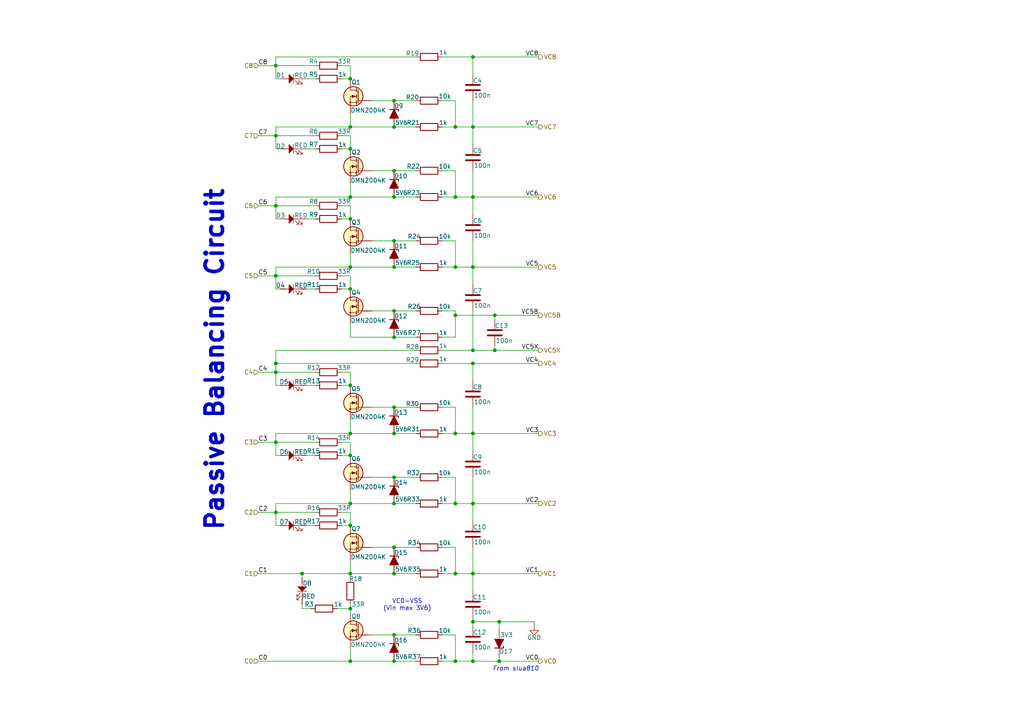
<source format=kicad_sch>
(kicad_sch (version 20250114) (generator "eeschema") (generator_version "9.0")
  (paper "A4")
  (lib_symbols
    (symbol "Device:C" (pin_numbers (hide yes)) (pin_names (offset 0.254))
      (property "Reference" "C" (at 0.635 2.54 0))
      (property "Value" "C" (at 0.635 -2.54 0))
      (symbol "C_0_1"
        (polyline (pts (xy -2.032 0.762) (xy 2.032 0.762)) (stroke (width 0.508)))
        (polyline (pts (xy -2.032 -0.762) (xy 2.032 -0.762)) (stroke (width 0.508)))
      )
      (symbol "C_1_1"
        (pin passive line (at 0 3.81 270) (length 2.794) (name "~") (number "1"))
        (pin passive line (at 0 -3.81 90) (length 2.794) (name "~") (number "2"))
      )
    )
    (symbol "Device:D_Zener_Filled" (pin_numbers (hide yes)) (pin_names (offset 1.016) (hide yes))
      (property "Reference" "D" (at 0 2.54 0))
      (property "Value" "D_Zener_Filled" (at 0 -2.54 0))
      (symbol "D_Zener_Filled_0_1"
        (polyline (pts (xy -1.27 -1.27) (xy -1.27 1.27) (xy -0.762 1.27)) (stroke (width 0.254)))
        (polyline (pts (xy 1.27 0) (xy -1.27 0)))
        (polyline (pts (xy 1.27 -1.27) (xy 1.27 1.27) (xy -1.27 0) (xy 1.27 -1.27)) (stroke (width 0.254)) (fill (type outline)))
      )
      (symbol "D_Zener_Filled_1_1"
        (pin passive line (at -3.81 0 0) (length 2.54) (name "K") (number "1"))
        (pin passive line (at 3.81 0 180) (length 2.54) (name "A") (number "2"))
      )
    )
    (symbol "Device:R" (pin_numbers (hide yes)) (pin_names (offset 0))
      (property "Reference" "R" (at 2.032 0 90))
      (property "Value" "R" (at 0 0 90))
      (symbol "R_0_1"
        (rectangle (start -1.016 -2.54) (end 1.016 2.54) (stroke (width 0.254)))
      )
      (symbol "R_1_1"
        (pin passive line (at 0 3.81 270) (length 1.27) (name "~") (number "1"))
        (pin passive line (at 0 -3.81 90) (length 1.27) (name "~") (number "2"))
      )
    )
    (symbol "PCM_SL_Devices:LED"
      (property "Reference" "D" (at -0.508 5.334 0))
      (property "Value" "LED" (at -0.508 2.794 0))
      (symbol "LED_0_1"
        (polyline (pts (xy -1.27 0) (xy -2.54 0)))
        (polyline (pts (xy 0 1.27) (xy 0 -1.27)))
        (polyline (pts (xy 0 0) (xy -1.27 -1.27) (xy -1.27 1.27) (xy 0 0) (xy 1.27 0)) (fill (type outline)))
        (polyline (pts (xy 0.508 0.508) (xy 1.524 1.524)))
        (polyline (pts (xy 1.27 0) (xy 2.54 0)))
        (polyline (pts (xy 1.524 1.524) (xy 0.889 1.524)))
        (polyline (pts (xy 1.524 1.524) (xy 1.524 0.889)))
        (polyline (pts (xy 1.524 0.508) (xy 2.54 1.524)))
        (polyline (pts (xy 2.54 1.524) (xy 1.905 1.524)))
        (polyline (pts (xy 2.54 1.524) (xy 2.54 0.889)))
      )
      (symbol "LED_1_1"
        (pin passive line (at -3.81 0 0) (length 1.5) (name "") (number "2"))
        (pin passive line (at 3.81 0 180) (length 1.5) (name "~") (number "1"))
      )
    )
    (symbol "PCM_Transistor_MOSFET_AKL:DMN2004K" (pin_numbers (hide yes)) (pin_names (hide yes))
      (property "Reference" "Q" (at 5.08 1.27 0))
      (property "Value" "DMN2004K" (at 5.08 -1.27 0))
      (symbol "DMN2004K_0_1"
        (polyline (pts (xy 0.254 1.905) (xy 0.254 -1.905)) (stroke (width 0.254)))
        (polyline (pts (xy 0.254 -1.27) (xy -2.54 -1.27)))
        (polyline (pts (xy 0.762 2.286) (xy 0.762 1.27)) (stroke (width 0.254)))
        (polyline (pts (xy 0.762 0.508) (xy 0.762 -0.508)) (stroke (width 0.254)))
        (polyline (pts (xy 0.762 -1.27) (xy 0.762 -2.286)) (stroke (width 0.254)))
        (polyline (pts (xy 0.762 -1.778) (xy 2.54 -1.778)))
        (polyline (pts (xy 1.016 0) (xy 2.032 0.381) (xy 2.032 -0.381) (xy 1.016 0)) (fill (type outline)))
        (circle (center 1.651 0) (radius 2.794) (stroke (width 0.254)) (fill (type background)))
        (polyline (pts (xy 2.54 2.54) (xy 2.54 1.778)))
        (polyline (pts (xy 2.54 1.778) (xy 0.762 1.778)))
        (circle (center 2.54 -1.778) (radius 0.1778) (fill (type outline)))
        (polyline (pts (xy 2.54 -2.54) (xy 2.54 0) (xy 0.762 0)))
      )
      (symbol "DMN2004K_1_1"
        (pin input line (at -3.81 -1.27 0) (length 2.54) (name "G") (number "1"))
        (pin passive line (at 2.54 5.08 270) (length 2.54) (name "D") (number "3"))
        (pin passive line (at 2.54 -5.08 90) (length 2.54) (name "S") (number "2"))
      )
    )
    (symbol "power:GND" (power) (pin_numbers (hide yes)) (pin_names (offset 0) (hide yes))
      (property "Value" "GND" (at 0 -3.81 0))
      (symbol "GND_0_1"
        (polyline (pts (xy 0 0) (xy 0 -1.27) (xy 1.27 -1.27) (xy 0 -2.54) (xy -1.27 -1.27) (xy 0 -1.27)))
      )
      (symbol "GND_1_1"
        (pin power_in line (at 0 0 270) (length 0) (name "~") (number "1"))
      )
    )
  )
  (text "Passive Balancing Circuit" (at 62.23 104.394 90) (effects (font (size 5.08 5.08) (thickness 1.016) (bold yes))))
  (text "From slua810" (at 149.606 194.056 0) (effects (font (size 1.27 1.27) (italic yes))))
  (text "VC0-VSS\n(Vin max 3V6)" (at 118.11 175.514 0) (effects (font (size 1.27 1.27))))
  (junction (at 132.08 125.73))
  (junction (at 80.01 39.37))
  (junction (at 101.6 43.18))
  (junction (at 114.3 138.43))
  (junction (at 101.6 146.05))
  (junction (at 132.08 91.44))
  (junction (at 114.3 49.53))
  (junction (at 132.08 146.05))
  (junction (at 144.78 180.34))
  (junction (at 114.3 69.85))
  (junction (at 80.01 19.05))
  (junction (at 137.16 77.47))
  (junction (at 114.3 90.17))
  (junction (at 114.3 166.37))
  (junction (at 132.08 77.47))
  (junction (at 101.6 57.15))
  (junction (at 137.16 16.51))
  (junction (at 114.3 97.79))
  (junction (at 132.08 166.37))
  (junction (at 114.3 184.15))
  (junction (at 114.3 125.73))
  (junction (at 143.51 91.44))
  (junction (at 114.3 146.05))
  (junction (at 87.63 166.37))
  (junction (at 114.3 77.47))
  (junction (at 114.3 158.75))
  (junction (at 132.08 36.83))
  (junction (at 137.16 191.77))
  (junction (at 101.6 191.77))
  (junction (at 137.16 105.41))
  (junction (at 80.01 107.95))
  (junction (at 137.16 180.34))
  (junction (at 114.3 191.77))
  (junction (at 137.16 166.37))
  (junction (at 114.3 29.21))
  (junction (at 114.3 57.15))
  (junction (at 101.6 152.4))
  (junction (at 80.01 80.01))
  (junction (at 144.78 191.77))
  (junction (at 80.01 59.69))
  (junction (at 137.16 125.73))
  (junction (at 132.08 191.77))
  (junction (at 114.3 36.83))
  (junction (at 101.6 63.5))
  (junction (at 80.01 148.59))
  (junction (at 137.16 101.6))
  (junction (at 101.6 166.37))
  (junction (at 101.6 22.86))
  (junction (at 101.6 36.83))
  (junction (at 101.6 77.47))
  (junction (at 101.6 111.76))
  (junction (at 101.6 83.82))
  (junction (at 101.6 125.73))
  (junction (at 143.51 101.6))
  (junction (at 101.6 132.08))
  (junction (at 114.3 118.11))
  (junction (at 80.01 105.41))
  (junction (at 132.08 57.15))
  (junction (at 137.16 57.15))
  (junction (at 101.6 176.53))
  (junction (at 137.16 146.05))
  (junction (at 137.16 36.83))
  (junction (at 80.01 128.27))
  (wire (pts (xy 107.95 138.43) (xy 114.3 138.43)))
  (wire (pts (xy 128.27 184.15) (xy 132.08 184.15)))
  (wire (pts (xy 88.9 22.86) (xy 91.44 22.86)))
  (wire (pts (xy 128.27 138.43) (xy 132.08 138.43)))
  (wire (pts (xy 80.01 105.41) (xy 120.65 105.41)))
  (wire (pts (xy 80.01 152.4) (xy 80.01 148.59)))
  (wire (pts (xy 114.3 146.05) (xy 120.65 146.05)))
  (wire (pts (xy 107.95 184.15) (xy 114.3 184.15)))
  (wire (pts (xy 144.78 180.34) (xy 154.94 180.34)))
  (wire (pts (xy 137.16 171.45) (xy 137.16 166.37)))
  (wire (pts (xy 132.08 166.37) (xy 137.16 166.37)))
  (wire (pts (xy 128.27 105.41) (xy 137.16 105.41)))
  (wire (pts (xy 81.28 152.4) (xy 80.01 152.4)))
  (wire (pts (xy 101.6 125.73) (xy 114.3 125.73)))
  (wire (pts (xy 132.08 77.47) (xy 137.16 77.47)))
  (wire (pts (xy 132.08 36.83) (xy 137.16 36.83)))
  (wire (pts (xy 101.6 187.96) (xy 101.6 191.77)))
  (wire (pts (xy 101.6 93.98) (xy 101.6 97.79)))
  (wire (pts (xy 101.6 53.34) (xy 101.6 57.15)))
  (wire (pts (xy 87.63 166.37) (xy 101.6 166.37)))
  (wire (pts (xy 132.08 125.73) (xy 137.16 125.73)))
  (wire (pts (xy 128.27 101.6) (xy 137.16 101.6)))
  (wire (pts (xy 137.16 158.75) (xy 137.16 166.37)))
  (wire (pts (xy 80.01 77.47) (xy 80.01 80.01)))
  (wire (pts (xy 101.6 166.37) (xy 114.3 166.37)))
  (wire (pts (xy 137.16 21.59) (xy 137.16 16.51)))
  (wire (pts (xy 107.95 118.11) (xy 114.3 118.11)))
  (wire (pts (xy 101.6 57.15) (xy 80.01 57.15)))
  (wire (pts (xy 114.3 69.85) (xy 120.65 69.85)))
  (wire (pts (xy 107.95 49.53) (xy 114.3 49.53)))
  (wire (pts (xy 99.06 39.37) (xy 101.6 39.37)))
  (wire (pts (xy 128.27 49.53) (xy 132.08 49.53)))
  (wire (pts (xy 114.3 166.37) (xy 120.65 166.37)))
  (wire (pts (xy 143.51 91.44) (xy 156.21 91.44)))
  (wire (pts (xy 143.51 101.6) (xy 156.21 101.6)))
  (wire (pts (xy 80.01 19.05) (xy 91.44 19.05)))
  (wire (pts (xy 137.16 191.77) (xy 137.16 189.23)))
  (wire (pts (xy 114.3 97.79) (xy 120.65 97.79)))
  (wire (pts (xy 154.94 180.34) (xy 154.94 181.61)))
  (wire (pts (xy 137.16 62.23) (xy 137.16 57.15)))
  (wire (pts (xy 137.16 90.17) (xy 137.16 101.6)))
  (wire (pts (xy 99.06 111.76) (xy 101.6 111.76)))
  (wire (pts (xy 101.6 191.77) (xy 114.3 191.77)))
  (wire (pts (xy 80.01 77.47) (xy 101.6 77.47)))
  (wire (pts (xy 80.01 43.18) (xy 80.01 39.37)))
  (wire (pts (xy 87.63 176.53) (xy 90.17 176.53)))
  (wire (pts (xy 128.27 16.51) (xy 137.16 16.51)))
  (wire (pts (xy 128.27 57.15) (xy 132.08 57.15)))
  (wire (pts (xy 137.16 180.34) (xy 144.78 180.34)))
  (wire (pts (xy 101.6 142.24) (xy 101.6 146.05)))
  (wire (pts (xy 80.01 107.95) (xy 91.44 107.95)))
  (wire (pts (xy 88.9 63.5) (xy 91.44 63.5)))
  (wire (pts (xy 137.16 101.6) (xy 143.51 101.6)))
  (wire (pts (xy 99.06 59.69) (xy 101.6 59.69)))
  (wire (pts (xy 74.93 191.77) (xy 101.6 191.77)))
  (wire (pts (xy 81.28 43.18) (xy 80.01 43.18)))
  (wire (pts (xy 132.08 158.75) (xy 132.08 166.37)))
  (wire (pts (xy 128.27 77.47) (xy 132.08 77.47)))
  (wire (pts (xy 99.06 80.01) (xy 101.6 80.01)))
  (wire (pts (xy 101.6 162.56) (xy 101.6 166.37)))
  (wire (pts (xy 101.6 148.59) (xy 101.6 152.4)))
  (wire (pts (xy 132.08 91.44) (xy 132.08 97.79)))
  (wire (pts (xy 114.3 158.75) (xy 120.65 158.75)))
  (wire (pts (xy 101.6 125.73) (xy 80.01 125.73)))
  (wire (pts (xy 107.95 69.85) (xy 114.3 69.85)))
  (wire (pts (xy 101.6 39.37) (xy 101.6 43.18)))
  (wire (pts (xy 114.3 118.11) (xy 120.65 118.11)))
  (wire (pts (xy 137.16 105.41) (xy 137.16 110.49)))
  (wire (pts (xy 128.27 90.17) (xy 132.08 90.17)))
  (wire (pts (xy 144.78 180.34) (xy 144.78 182.88)))
  (wire (pts (xy 137.16 36.83) (xy 156.21 36.83)))
  (wire (pts (xy 137.16 125.73) (xy 156.21 125.73)))
  (wire (pts (xy 137.16 138.43) (xy 137.16 146.05)))
  (wire (pts (xy 99.06 22.86) (xy 101.6 22.86)))
  (wire (pts (xy 101.6 176.53) (xy 101.6 177.8)))
  (wire (pts (xy 137.16 151.13) (xy 137.16 146.05)))
  (wire (pts (xy 128.27 118.11) (xy 132.08 118.11)))
  (wire (pts (xy 74.93 148.59) (xy 80.01 148.59)))
  (wire (pts (xy 128.27 158.75) (xy 132.08 158.75)))
  (wire (pts (xy 137.16 36.83) (xy 137.16 41.91)))
  (wire (pts (xy 87.63 175.26) (xy 87.63 176.53)))
  (wire (pts (xy 97.79 176.53) (xy 101.6 176.53)))
  (wire (pts (xy 80.01 80.01) (xy 91.44 80.01)))
  (wire (pts (xy 101.6 121.92) (xy 101.6 125.73)))
  (wire (pts (xy 114.3 125.73) (xy 120.65 125.73)))
  (wire (pts (xy 128.27 69.85) (xy 132.08 69.85)))
  (wire (pts (xy 87.63 166.37) (xy 87.63 167.64)))
  (wire (pts (xy 114.3 49.53) (xy 120.65 49.53)))
  (wire (pts (xy 81.28 132.08) (xy 80.01 132.08)))
  (wire (pts (xy 143.51 100.33) (xy 143.51 101.6)))
  (wire (pts (xy 99.06 83.82) (xy 101.6 83.82)))
  (wire (pts (xy 137.16 82.55) (xy 137.16 77.47)))
  (wire (pts (xy 101.6 19.05) (xy 101.6 22.86)))
  (wire (pts (xy 80.01 148.59) (xy 91.44 148.59)))
  (wire (pts (xy 107.95 90.17) (xy 114.3 90.17)))
  (wire (pts (xy 137.16 57.15) (xy 156.21 57.15)))
  (wire (pts (xy 132.08 29.21) (xy 132.08 36.83)))
  (wire (pts (xy 101.6 36.83) (xy 114.3 36.83)))
  (wire (pts (xy 99.06 43.18) (xy 101.6 43.18)))
  (wire (pts (xy 99.06 148.59) (xy 101.6 148.59)))
  (wire (pts (xy 137.16 29.21) (xy 137.16 36.83)))
  (wire (pts (xy 114.3 191.77) (xy 120.65 191.77)))
  (wire (pts (xy 143.51 91.44) (xy 143.51 92.71)))
  (wire (pts (xy 128.27 29.21) (xy 132.08 29.21)))
  (wire (pts (xy 80.01 146.05) (xy 80.01 148.59)))
  (wire (pts (xy 128.27 146.05) (xy 132.08 146.05)))
  (wire (pts (xy 88.9 43.18) (xy 91.44 43.18)))
  (wire (pts (xy 101.6 36.83) (xy 80.01 36.83)))
  (wire (pts (xy 80.01 16.51) (xy 120.65 16.51)))
  (wire (pts (xy 101.6 107.95) (xy 101.6 111.76)))
  (wire (pts (xy 74.93 107.95) (xy 80.01 107.95)))
  (wire (pts (xy 128.27 36.83) (xy 132.08 36.83)))
  (wire (pts (xy 80.01 101.6) (xy 80.01 105.41)))
  (wire (pts (xy 74.93 80.01) (xy 80.01 80.01)))
  (wire (pts (xy 80.01 105.41) (xy 80.01 107.95)))
  (wire (pts (xy 128.27 191.77) (xy 132.08 191.77)))
  (wire (pts (xy 107.95 158.75) (xy 114.3 158.75)))
  (wire (pts (xy 99.06 107.95) (xy 101.6 107.95)))
  (wire (pts (xy 132.08 118.11) (xy 132.08 125.73)))
  (wire (pts (xy 101.6 146.05) (xy 114.3 146.05)))
  (wire (pts (xy 137.16 77.47) (xy 156.21 77.47)))
  (wire (pts (xy 101.6 146.05) (xy 80.01 146.05)))
  (wire (pts (xy 137.16 166.37) (xy 156.21 166.37)))
  (wire (pts (xy 74.93 166.37) (xy 87.63 166.37)))
  (wire (pts (xy 74.93 39.37) (xy 80.01 39.37)))
  (wire (pts (xy 80.01 39.37) (xy 91.44 39.37)))
  (wire (pts (xy 114.3 57.15) (xy 120.65 57.15)))
  (wire (pts (xy 137.16 49.53) (xy 137.16 57.15)))
  (wire (pts (xy 99.06 132.08) (xy 101.6 132.08)))
  (wire (pts (xy 132.08 91.44) (xy 143.51 91.44)))
  (wire (pts (xy 128.27 125.73) (xy 132.08 125.73)))
  (wire (pts (xy 144.78 191.77) (xy 156.21 191.77)))
  (wire (pts (xy 128.27 97.79) (xy 132.08 97.79)))
  (wire (pts (xy 137.16 69.85) (xy 137.16 77.47)))
  (wire (pts (xy 80.01 111.76) (xy 80.01 107.95)))
  (wire (pts (xy 80.01 16.51) (xy 80.01 19.05)))
  (wire (pts (xy 137.16 125.73) (xy 137.16 130.81)))
  (wire (pts (xy 80.01 36.83) (xy 80.01 39.37)))
  (wire (pts (xy 99.06 19.05) (xy 101.6 19.05)))
  (wire (pts (xy 128.27 166.37) (xy 132.08 166.37)))
  (wire (pts (xy 132.08 57.15) (xy 137.16 57.15)))
  (wire (pts (xy 132.08 191.77) (xy 137.16 191.77)))
  (wire (pts (xy 137.16 118.11) (xy 137.16 125.73)))
  (wire (pts (xy 107.95 29.21) (xy 114.3 29.21)))
  (wire (pts (xy 114.3 36.83) (xy 120.65 36.83)))
  (wire (pts (xy 101.6 59.69) (xy 101.6 63.5)))
  (wire (pts (xy 80.01 63.5) (xy 80.01 59.69)))
  (wire (pts (xy 99.06 128.27) (xy 101.6 128.27)))
  (wire (pts (xy 114.3 90.17) (xy 120.65 90.17)))
  (wire (pts (xy 101.6 33.02) (xy 101.6 36.83)))
  (wire (pts (xy 120.65 101.6) (xy 80.01 101.6)))
  (wire (pts (xy 81.28 111.76) (xy 80.01 111.76)))
  (wire (pts (xy 88.9 132.08) (xy 91.44 132.08)))
  (wire (pts (xy 81.28 63.5) (xy 80.01 63.5)))
  (wire (pts (xy 80.01 125.73) (xy 80.01 128.27)))
  (wire (pts (xy 80.01 132.08) (xy 80.01 128.27)))
  (wire (pts (xy 88.9 83.82) (xy 91.44 83.82)))
  (wire (pts (xy 99.06 63.5) (xy 101.6 63.5)))
  (wire (pts (xy 114.3 138.43) (xy 120.65 138.43)))
  (wire (pts (xy 101.6 57.15) (xy 114.3 57.15)))
  (wire (pts (xy 144.78 190.5) (xy 144.78 191.77)))
  (wire (pts (xy 114.3 184.15) (xy 120.65 184.15)))
  (wire (pts (xy 114.3 29.21) (xy 120.65 29.21)))
  (wire (pts (xy 80.01 59.69) (xy 91.44 59.69)))
  (wire (pts (xy 132.08 138.43) (xy 132.08 146.05)))
  (wire (pts (xy 132.08 184.15) (xy 132.08 191.77)))
  (wire (pts (xy 132.08 90.17) (xy 132.08 91.44)))
  (wire (pts (xy 132.08 49.53) (xy 132.08 57.15)))
  (wire (pts (xy 80.01 83.82) (xy 80.01 80.01)))
  (wire (pts (xy 137.16 105.41) (xy 156.21 105.41)))
  (wire (pts (xy 137.16 180.34) (xy 137.16 181.61)))
  (wire (pts (xy 101.6 77.47) (xy 114.3 77.47)))
  (wire (pts (xy 137.16 16.51) (xy 156.21 16.51)))
  (wire (pts (xy 74.93 128.27) (xy 80.01 128.27)))
  (wire (pts (xy 99.06 152.4) (xy 101.6 152.4)))
  (wire (pts (xy 137.16 191.77) (xy 144.78 191.77)))
  (wire (pts (xy 80.01 128.27) (xy 91.44 128.27)))
  (wire (pts (xy 114.3 77.47) (xy 120.65 77.47)))
  (wire (pts (xy 101.6 73.66) (xy 101.6 77.47)))
  (wire (pts (xy 137.16 179.07) (xy 137.16 180.34)))
  (wire (pts (xy 81.28 83.82) (xy 80.01 83.82)))
  (wire (pts (xy 101.6 97.79) (xy 114.3 97.79)))
  (wire (pts (xy 81.28 22.86) (xy 80.01 22.86)))
  (wire (pts (xy 132.08 69.85) (xy 132.08 77.47)))
  (wire (pts (xy 137.16 146.05) (xy 156.21 146.05)))
  (wire (pts (xy 101.6 128.27) (xy 101.6 132.08)))
  (wire (pts (xy 80.01 22.86) (xy 80.01 19.05)))
  (wire (pts (xy 80.01 57.15) (xy 80.01 59.69)))
  (wire (pts (xy 88.9 111.76) (xy 91.44 111.76)))
  (wire (pts (xy 101.6 175.26) (xy 101.6 176.53)))
  (wire (pts (xy 101.6 166.37) (xy 101.6 167.64)))
  (wire (pts (xy 74.93 19.05) (xy 80.01 19.05)))
  (wire (pts (xy 101.6 80.01) (xy 101.6 83.82)))
  (wire (pts (xy 88.9 152.4) (xy 91.44 152.4)))
  (wire (pts (xy 132.08 146.05) (xy 137.16 146.05)))
  (wire (pts (xy 74.93 59.69) (xy 80.01 59.69)))
  (label "C2" (at 74.93 148.59 0))
  (label "VC6" (at 156.21 57.15 180))
  (label "C3" (at 74.93 128.27 0))
  (label "VC4" (at 156.21 105.41 180))
  (label "C0" (at 74.93 191.77 0))
  (label "C8" (at 74.93 19.05 0))
  (label "C1" (at 74.93 166.37 0))
  (label "C6" (at 74.93 59.69 0))
  (label "C5" (at 74.93 80.01 0))
  (label "VC1" (at 156.21 166.37 180))
  (label "VC8" (at 156.21 16.51 180))
  (label "VC7" (at 156.21 36.83 180))
  (label "VC5X" (at 156.21 101.6 180))
  (label "C4" (at 74.93 107.95 0))
  (label "VC5B" (at 156.21 91.44 180))
  (label "VC2" (at 156.21 146.05 180))
  (label "VC3" (at 156.21 125.73 180))
  (label "VC0" (at 156.21 191.77 180))
  (label "VC5" (at 156.21 77.47 180))
  (label "C7" (at 74.93 39.37 0))
  (hierarchical_label "C2" (shape input) (at 74.93 148.59 180))
  (hierarchical_label "VC3" (shape output) (at 156.21 125.73 0))
  (hierarchical_label "VC2" (shape output) (at 156.21 146.05 0))
  (hierarchical_label "VC5X" (shape output) (at 156.21 101.6 0))
  (hierarchical_label "VC7" (shape output) (at 156.21 36.83 0))
  (hierarchical_label "VC1" (shape output) (at 156.21 166.37 0))
  (hierarchical_label "C1" (shape input) (at 74.93 166.37 180))
  (hierarchical_label "VC4" (shape output) (at 156.21 105.41 0))
  (hierarchical_label "VC6" (shape output) (at 156.21 57.15 0))
  (hierarchical_label "VC0" (shape output) (at 156.21 191.77 0))
  (hierarchical_label "C6" (shape input) (at 74.93 59.69 180))
  (hierarchical_label "VC5" (shape output) (at 156.21 77.47 0))
  (hierarchical_label "C7" (shape input) (at 74.93 39.37 180))
  (hierarchical_label "C3" (shape input) (at 74.93 128.27 180))
  (hierarchical_label "C8" (shape input) (at 74.93 19.05 180))
  (hierarchical_label "VC5B" (shape output) (at 156.21 91.44 0))
  (hierarchical_label "C5" (shape input) (at 74.93 80.01 180))
  (hierarchical_label "C0" (shape input) (at 74.93 191.77 180))
  (hierarchical_label "C4" (shape input) (at 74.93 107.95 180))
  (hierarchical_label "VC8" (shape output) (at 156.21 16.51 0))
  (symbol (lib_id "Device:R") (at 95.25 19.05 90) (unit 1)
    (property "Reference" "R4" (at 90.932 17.78 90))
    (property "Value" "33R" (at 99.822 17.78 90))
    (property "Description" "Resistor" (effects (hide yes)))
  )
  (symbol (lib_id "PCM_SL_Devices:LED") (at 85.09 22.86 0) (mirror x) (unit 1)
    (property "Reference" "D1" (at 80.01 21.844 0) (effects (justify left)))
    (property "Value" "RED" (at 85.344 21.844 0) (effects (justify left)))
    (property "Footprint" "PCM_Diode_SMD_AKL:D_0805_2012Metric" (effects (hide yes)))
    (property "Description" "Common 5mm diameter LED" (effects (hide yes)))
  )
  (symbol (lib_id "Device:R") (at 124.46 36.83 90) (unit 1)
    (property "Reference" "R21" (at 119.888 35.56 90))
    (property "Value" "1k" (at 128.524 35.56 90))
    (property "Description" "Resistor" (effects (hide yes)))
  )
  (symbol (lib_id "PCM_Transistor_MOSFET_AKL:DMN2004K") (at 104.14 48.26 0) (mirror y) (unit 1)
    (property "Reference" "Q2" (at 104.648 44.196 0) (effects (justify left)))
    (property "Value" "DMN2004K" (at 112.014 52.324 0) (effects (justify left)))
    (property "Footprint" "PCM_Package_TO_SOT_SMD_AKL:SOT-23" (effects (hide yes)))
    (property "Datasheet" "https://www.tme.eu/Document/071583454e2389f21bf133ca1ab4c9a3/DMN2004K.pdf" (effects (hide yes)))
    (property "Description" "SOT-23 N-MOSFET enchancement mode transistor, 20V, 630mA, 350mW, Alternate KiCAD Library" (effects (hide yes)))
  )
  (symbol (lib_id "Device:D_Zener_Filled") (at 144.78 186.69 270) (mirror x) (unit 1)
    (property "Reference" "D17" (at 144.78 188.976 90) (effects (justify left)))
    (property "Value" "3V3" (at 145.034 184.15 90) (effects (justify left)))
    (property "Description" "Zener diode, filled shape" (effects (hide yes)))
  )
  (symbol (lib_id "Device:R") (at 124.46 184.15 90) (unit 1)
    (property "Reference" "R36" (at 120.142 182.88 90))
    (property "Value" "10k" (at 129.032 182.88 90))
    (property "Description" "Resistor" (effects (hide yes)))
  )
  (symbol (lib_id "Device:R") (at 95.25 22.86 90) (unit 1)
    (property "Reference" "R5" (at 90.932 21.59 90))
    (property "Value" "1k" (at 99.314 21.59 90))
    (property "Description" "Resistor" (effects (hide yes)))
  )
  (symbol (lib_id "Device:R") (at 124.46 138.43 90) (unit 1)
    (property "Reference" "R32" (at 119.888 137.16 90))
    (property "Value" "10k" (at 129.032 137.16 90))
    (property "Description" "Resistor" (effects (hide yes)))
  )
  (symbol (lib_id "Device:D_Zener_Filled") (at 114.3 53.34 270) (unit 1)
    (property "Reference" "D10" (at 114.3 51.054 90) (effects (justify left)))
    (property "Value" "5V6" (at 114.554 55.88 90) (effects (justify left)))
    (property "Description" "Zener diode, filled shape" (effects (hide yes)))
  )
  (symbol (lib_id "Device:D_Zener_Filled") (at 114.3 93.98 270) (unit 1)
    (property "Reference" "D12" (at 114.3 91.694 90) (effects (justify left)))
    (property "Value" "5V6" (at 114.554 96.52 90) (effects (justify left)))
    (property "Description" "Zener diode, filled shape" (effects (hide yes)))
  )
  (symbol (lib_id "Device:R") (at 95.25 132.08 90) (unit 1)
    (property "Reference" "R15" (at 90.932 130.81 90))
    (property "Value" "1k" (at 99.314 130.81 90))
    (property "Description" "Resistor" (effects (hide yes)))
  )
  (symbol (lib_id "Device:R") (at 124.46 101.6 90) (unit 1)
    (property "Reference" "R28" (at 119.634 100.584 90))
    (property "Value" "1k" (at 128.524 100.33 90))
    (property "Description" "Resistor" (effects (hide yes)))
  )
  (symbol (lib_id "Device:R") (at 95.25 63.5 90) (unit 1)
    (property "Reference" "R9" (at 90.932 62.23 90))
    (property "Value" "1k" (at 99.314 62.23 90))
    (property "Description" "Resistor" (effects (hide yes)))
  )
  (symbol (lib_id "PCM_Transistor_MOSFET_AKL:DMN2004K") (at 104.14 157.48 0) (mirror y) (unit 1)
    (property "Reference" "Q7" (at 104.648 153.416 0) (effects (justify left)))
    (property "Value" "DMN2004K" (at 112.014 161.544 0) (effects (justify left)))
    (property "Footprint" "PCM_Package_TO_SOT_SMD_AKL:SOT-23" (effects (hide yes)))
    (property "Datasheet" "https://www.tme.eu/Document/071583454e2389f21bf133ca1ab4c9a3/DMN2004K.pdf" (effects (hide yes)))
    (property "Description" "SOT-23 N-MOSFET enchancement mode transistor, 20V, 630mA, 350mW, Alternate KiCAD Library" (effects (hide yes)))
  )
  (symbol (lib_id "Device:R") (at 95.25 111.76 90) (unit 1)
    (property "Reference" "R13" (at 90.932 110.49 90))
    (property "Value" "1k" (at 99.314 110.49 90))
    (property "Description" "Resistor" (effects (hide yes)))
  )
  (symbol (lib_id "PCM_Transistor_MOSFET_AKL:DMN2004K") (at 104.14 27.94 0) (mirror y) (unit 1)
    (property "Reference" "Q1" (at 104.648 23.876 0) (effects (justify left)))
    (property "Value" "DMN2004K" (at 112.014 32.004 0) (effects (justify left)))
    (property "Footprint" "PCM_Package_TO_SOT_SMD_AKL:SOT-23" (effects (hide yes)))
    (property "Datasheet" "https://www.tme.eu/Document/071583454e2389f21bf133ca1ab4c9a3/DMN2004K.pdf" (effects (hide yes)))
    (property "Description" "SOT-23 N-MOSFET enchancement mode transistor, 20V, 630mA, 350mW, Alternate KiCAD Library" (effects (hide yes)))
  )
  (symbol (lib_id "PCM_SL_Devices:LED") (at 85.09 43.18 0) (mirror x) (unit 1)
    (property "Reference" "D2" (at 80.01 42.418 0) (effects (justify left)))
    (property "Value" "RED" (at 85.344 42.164 0) (effects (justify left)))
    (property "Footprint" "PCM_Diode_SMD_AKL:D_0805_2012Metric" (effects (hide yes)))
    (property "Description" "Common 5mm diameter LED" (effects (hide yes)))
  )
  (symbol (lib_id "Device:R") (at 124.46 77.47 90) (unit 1)
    (property "Reference" "R25" (at 119.888 76.2 90))
    (property "Value" "1k" (at 128.524 76.2 90))
    (property "Description" "Resistor" (effects (hide yes)))
  )
  (symbol (lib_id "PCM_SL_Devices:LED") (at 85.09 132.08 0) (mirror x) (unit 1)
    (property "Reference" "D6" (at 81.026 131.064 0) (effects (justify left)))
    (property "Value" "RED" (at 85.344 131.064 0) (effects (justify left)))
    (property "Footprint" "PCM_Diode_SMD_AKL:D_0805_2012Metric" (effects (hide yes)))
    (property "Description" "Common 5mm diameter LED" (effects (hide yes)))
  )
  (symbol (lib_id "Device:C") (at 137.16 25.4 0) (unit 1)
    (property "Reference" "C4" (at 137.16 23.368 0) (effects (justify left)))
    (property "Value" "100n" (at 137.414 27.686 0) (effects (justify left)))
    (property "Description" "Unpolarized capacitor" (effects (hide yes)))
  )
  (symbol (lib_id "Device:R") (at 124.46 57.15 90) (unit 1)
    (property "Reference" "R23" (at 119.888 55.88 90))
    (property "Value" "1k" (at 128.524 55.88 90))
    (property "Description" "Resistor" (effects (hide yes)))
  )
  (symbol (lib_id "Device:R") (at 124.46 166.37 90) (unit 1)
    (property "Reference" "R35" (at 120.142 165.1 90))
    (property "Value" "1k" (at 128.524 165.1 90))
    (property "Description" "Resistor" (effects (hide yes)))
  )
  (symbol (lib_id "Device:R") (at 124.46 29.21 90) (unit 1)
    (property "Reference" "R20" (at 119.634 28.194 90))
    (property "Value" "10k" (at 129.032 27.94 90))
    (property "Description" "Resistor" (effects (hide yes)))
  )
  (symbol (lib_id "Device:R") (at 95.25 128.27 90) (unit 1)
    (property "Reference" "R14" (at 90.932 127 90))
    (property "Value" "33R" (at 99.822 127 90))
    (property "Description" "Resistor" (effects (hide yes)))
  )
  (symbol (lib_id "PCM_SL_Devices:LED") (at 85.09 152.4 0) (mirror x) (unit 1)
    (property "Reference" "D7" (at 81.026 151.384 0) (effects (justify left)))
    (property "Value" "RED" (at 85.344 151.384 0) (effects (justify left)))
    (property "Footprint" "PCM_Diode_SMD_AKL:D_0805_2012Metric" (effects (hide yes)))
    (property "Description" "Common 5mm diameter LED" (effects (hide yes)))
  )
  (symbol (lib_id "Device:R") (at 124.46 90.17 90) (unit 1)
    (property "Reference" "R26" (at 120.142 88.9 90))
    (property "Value" "10k" (at 129.032 88.9 90))
    (property "Description" "Resistor" (effects (hide yes)))
  )
  (symbol (lib_id "Device:R") (at 124.46 49.53 90) (unit 1)
    (property "Reference" "R22" (at 119.888 48.26 90))
    (property "Value" "10k" (at 129.032 48.26 90))
    (property "Description" "Resistor" (effects (hide yes)))
  )
  (symbol (lib_id "PCM_SL_Devices:LED") (at 85.09 63.5 0) (mirror x) (unit 1)
    (property "Reference" "D3" (at 80.01 62.484 0) (effects (justify left)))
    (property "Value" "RED" (at 85.344 62.484 0) (effects (justify left)))
    (property "Footprint" "PCM_Diode_SMD_AKL:D_0805_2012Metric" (effects (hide yes)))
    (property "Description" "Common 5mm diameter LED" (effects (hide yes)))
  )
  (symbol (lib_id "Device:R") (at 124.46 118.11 90) (unit 1)
    (property "Reference" "R30" (at 119.634 117.094 90))
    (property "Value" "10k" (at 129.032 116.84 90))
    (property "Description" "Resistor" (effects (hide yes)))
  )
  (symbol (lib_id "Device:D_Zener_Filled") (at 114.3 187.96 270) (unit 1)
    (property "Reference" "D16" (at 114.3 185.674 90) (effects (justify left)))
    (property "Value" "5V6" (at 114.554 190.5 90) (effects (justify left)))
    (property "Description" "Zener diode, filled shape" (effects (hide yes)))
  )
  (symbol (lib_id "Device:R") (at 124.46 97.79 90) (unit 1)
    (property "Reference" "R27" (at 120.142 96.52 90))
    (property "Value" "1k" (at 128.524 96.52 90))
    (property "Description" "Resistor" (effects (hide yes)))
  )
  (symbol (lib_id "PCM_Transistor_MOSFET_AKL:DMN2004K") (at 104.14 182.88 0) (mirror y) (unit 1)
    (property "Reference" "Q8" (at 104.648 178.816 0) (effects (justify left)))
    (property "Value" "DMN2004K" (at 112.014 186.944 0) (effects (justify left)))
    (property "Footprint" "PCM_Package_TO_SOT_SMD_AKL:SOT-23" (effects (hide yes)))
    (property "Datasheet" "https://www.tme.eu/Document/071583454e2389f21bf133ca1ab4c9a3/DMN2004K.pdf" (effects (hide yes)))
    (property "Description" "SOT-23 N-MOSFET enchancement mode transistor, 20V, 630mA, 350mW, Alternate KiCAD Library" (effects (hide yes)))
  )
  (symbol (lib_id "Device:D_Zener_Filled") (at 114.3 142.24 270) (unit 1)
    (property "Reference" "D14" (at 114.3 139.954 90) (effects (justify left)))
    (property "Value" "5V6" (at 114.554 144.78 90) (effects (justify left)))
    (property "Description" "Zener diode, filled shape" (effects (hide yes)))
  )
  (symbol (lib_id "Device:R") (at 124.46 125.73 90) (unit 1)
    (property "Reference" "R31" (at 119.888 124.46 90))
    (property "Value" "1k" (at 128.524 124.46 90))
    (property "Description" "Resistor" (effects (hide yes)))
  )
  (symbol (lib_id "power:GND") (at 154.94 181.61 0) (unit 1)
    (property "Reference" "#PWR015" (effects (hide yes)))
    (property "Value" "GND" (at 156.972 184.912 0) (effects (justify right)))
    (property "Description" "Power symbol creates a global label with name \"GND\" , ground" (effects (hide yes)))
  )
  (symbol (lib_id "Device:R") (at 95.25 80.01 90) (unit 1)
    (property "Reference" "R10" (at 90.932 78.74 90))
    (property "Value" "33R" (at 99.822 78.74 90))
    (property "Description" "Resistor" (effects (hide yes)))
  )
  (symbol (lib_id "Device:C") (at 137.16 114.3 0) (unit 1)
    (property "Reference" "C8" (at 137.16 112.268 0) (effects (justify left)))
    (property "Value" "100n" (at 137.414 116.586 0) (effects (justify left)))
    (property "Description" "Unpolarized capacitor" (effects (hide yes)))
  )
  (symbol (lib_id "Device:C") (at 137.16 175.26 0) (unit 1)
    (property "Reference" "C11" (at 137.16 173.228 0) (effects (justify left)))
    (property "Value" "100n" (at 137.414 177.546 0) (effects (justify left)))
    (property "Description" "Unpolarized capacitor" (effects (hide yes)))
  )
  (symbol (lib_id "Device:R") (at 95.25 59.69 90) (unit 1)
    (property "Reference" "R8" (at 90.932 58.42 90))
    (property "Value" "33R" (at 99.822 58.42 90))
    (property "Description" "Resistor" (effects (hide yes)))
  )
  (symbol (lib_id "Device:D_Zener_Filled") (at 114.3 33.02 270) (unit 1)
    (property "Reference" "D9" (at 114.3 30.734 90) (effects (justify left)))
    (property "Value" "5V6" (at 114.554 35.56 90) (effects (justify left)))
    (property "Description" "Zener diode, filled shape" (effects (hide yes)))
  )
  (symbol (lib_id "Device:R") (at 93.98 176.53 90) (unit 1)
    (property "Reference" "R3" (at 89.662 175.26 90))
    (property "Value" "1k" (at 98.044 175.26 90))
    (property "Description" "Resistor" (effects (hide yes)))
  )
  (symbol (lib_id "Device:R") (at 95.25 43.18 90) (unit 1)
    (property "Reference" "R7" (at 90.932 41.91 90))
    (property "Value" "1k" (at 99.314 41.91 90))
    (property "Description" "Resistor" (effects (hide yes)))
  )
  (symbol (lib_id "Device:R") (at 95.25 148.59 90) (unit 1)
    (property "Reference" "R16" (at 90.932 147.32 90))
    (property "Value" "33R" (at 99.822 147.32 90))
    (property "Description" "Resistor" (effects (hide yes)))
  )
  (symbol (lib_id "PCM_SL_Devices:LED") (at 85.09 111.76 0) (mirror x) (unit 1)
    (property "Reference" "D5" (at 81.026 110.744 0) (effects (justify left)))
    (property "Value" "RED" (at 85.344 110.744 0) (effects (justify left)))
    (property "Footprint" "PCM_Diode_SMD_AKL:D_0805_2012Metric" (effects (hide yes)))
    (property "Description" "Common 5mm diameter LED" (effects (hide yes)))
  )
  (symbol (lib_id "PCM_Transistor_MOSFET_AKL:DMN2004K") (at 104.14 116.84 0) (mirror y) (unit 1)
    (property "Reference" "Q5" (at 104.648 112.776 0) (effects (justify left)))
    (property "Value" "DMN2004K" (at 112.014 120.904 0) (effects (justify left)))
    (property "Footprint" "PCM_Package_TO_SOT_SMD_AKL:SOT-23" (effects (hide yes)))
    (property "Datasheet" "https://www.tme.eu/Document/071583454e2389f21bf133ca1ab4c9a3/DMN2004K.pdf" (effects (hide yes)))
    (property "Description" "SOT-23 N-MOSFET enchancement mode transistor, 20V, 630mA, 350mW, Alternate KiCAD Library" (effects (hide yes)))
  )
  (symbol (lib_id "Device:R") (at 124.46 158.75 90) (unit 1)
    (property "Reference" "R34" (at 120.142 157.48 90))
    (property "Value" "10k" (at 129.032 157.48 90))
    (property "Description" "Resistor" (effects (hide yes)))
  )
  (symbol (lib_id "PCM_Transistor_MOSFET_AKL:DMN2004K") (at 104.14 88.9 0) (mirror y) (unit 1)
    (property "Reference" "Q4" (at 104.648 84.836 0) (effects (justify left)))
    (property "Value" "DMN2004K" (at 112.014 92.964 0) (effects (justify left)))
    (property "Footprint" "PCM_Package_TO_SOT_SMD_AKL:SOT-23" (effects (hide yes)))
    (property "Datasheet" "https://www.tme.eu/Document/071583454e2389f21bf133ca1ab4c9a3/DMN2004K.pdf" (effects (hide yes)))
    (property "Description" "SOT-23 N-MOSFET enchancement mode transistor, 20V, 630mA, 350mW, Alternate KiCAD Library" (effects (hide yes)))
  )
  (symbol (lib_id "Device:D_Zener_Filled") (at 114.3 162.56 270) (unit 1)
    (property "Reference" "D15" (at 114.3 160.274 90) (effects (justify left)))
    (property "Value" "5V6" (at 114.554 165.1 90) (effects (justify left)))
    (property "Description" "Zener diode, filled shape" (effects (hide yes)))
  )
  (symbol (lib_id "PCM_SL_Devices:LED") (at 87.63 171.45 90) (mirror x) (unit 1)
    (property "Reference" "D8" (at 90.424 169.164 90) (effects (justify left)))
    (property "Value" "RED" (at 91.44 172.974 90) (effects (justify left)))
    (property "Footprint" "PCM_Diode_SMD_AKL:D_0805_2012Metric" (effects (hide yes)))
    (property "Description" "Common 5mm diameter LED" (effects (hide yes)))
  )
  (symbol (lib_id "Device:D_Zener_Filled") (at 114.3 73.66 270) (unit 1)
    (property "Reference" "D11" (at 114.3 71.374 90) (effects (justify left)))
    (property "Value" "5V6" (at 114.554 76.2 90) (effects (justify left)))
    (property "Description" "Zener diode, filled shape" (effects (hide yes)))
  )
  (symbol (lib_id "Device:C") (at 137.16 154.94 0) (unit 1)
    (property "Reference" "C10" (at 137.16 152.908 0) (effects (justify left)))
    (property "Value" "100n" (at 137.414 157.226 0) (effects (justify left)))
    (property "Description" "Unpolarized capacitor" (effects (hide yes)))
  )
  (symbol (lib_id "Device:R") (at 124.46 105.41 90) (unit 1)
    (property "Reference" "R29" (at 119.634 104.394 90))
    (property "Value" "1k" (at 128.524 104.14 90))
    (property "Description" "Resistor" (effects (hide yes)))
  )
  (symbol (lib_id "Device:R") (at 124.46 69.85 90) (unit 1)
    (property "Reference" "R24" (at 120.142 68.58 90))
    (property "Value" "10k" (at 129.032 68.58 90))
    (property "Description" "Resistor" (effects (hide yes)))
  )
  (symbol (lib_id "PCM_Transistor_MOSFET_AKL:DMN2004K") (at 104.14 68.58 0) (mirror y) (unit 1)
    (property "Reference" "Q3" (at 104.648 64.516 0) (effects (justify left)))
    (property "Value" "DMN2004K" (at 112.014 72.644 0) (effects (justify left)))
    (property "Footprint" "PCM_Package_TO_SOT_SMD_AKL:SOT-23" (effects (hide yes)))
    (property "Datasheet" "https://www.tme.eu/Document/071583454e2389f21bf133ca1ab4c9a3/DMN2004K.pdf" (effects (hide yes)))
    (property "Description" "SOT-23 N-MOSFET enchancement mode transistor, 20V, 630mA, 350mW, Alternate KiCAD Library" (effects (hide yes)))
  )
  (symbol (lib_id "Device:C") (at 143.51 96.52 0) (unit 1)
    (property "Reference" "C13" (at 143.51 94.488 0) (effects (justify left)))
    (property "Value" "100n" (at 143.764 98.806 0) (effects (justify left)))
    (property "Description" "Unpolarized capacitor" (effects (hide yes)))
  )
  (symbol (lib_id "Device:R") (at 95.25 152.4 90) (unit 1)
    (property "Reference" "R17" (at 90.932 151.13 90))
    (property "Value" "1k" (at 99.314 151.13 90))
    (property "Description" "Resistor" (effects (hide yes)))
  )
  (symbol (lib_id "Device:D_Zener_Filled") (at 114.3 121.92 270) (unit 1)
    (property "Reference" "D13" (at 114.3 119.634 90) (effects (justify left)))
    (property "Value" "5V6" (at 114.554 124.46 90) (effects (justify left)))
    (property "Description" "Zener diode, filled shape" (effects (hide yes)))
  )
  (symbol (lib_id "Device:R") (at 95.25 107.95 90) (unit 1)
    (property "Reference" "R12" (at 90.932 106.68 90))
    (property "Value" "33R" (at 99.822 106.68 90))
    (property "Description" "Resistor" (effects (hide yes)))
  )
  (symbol (lib_id "Device:C") (at 137.16 86.36 0) (unit 1)
    (property "Reference" "C7" (at 137.16 84.328 0) (effects (justify left)))
    (property "Value" "100n" (at 137.414 88.646 0) (effects (justify left)))
    (property "Description" "Unpolarized capacitor" (effects (hide yes)))
  )
  (symbol (lib_id "PCM_SL_Devices:LED") (at 85.09 83.82 0) (mirror x) (unit 1)
    (property "Reference" "D4" (at 80.01 82.804 0) (effects (justify left)))
    (property "Value" "RED" (at 85.344 82.804 0) (effects (justify left)))
    (property "Footprint" "PCM_Diode_SMD_AKL:D_0805_2012Metric" (effects (hide yes)))
    (property "Description" "Common 5mm diameter LED" (effects (hide yes)))
  )
  (symbol (lib_id "Device:R") (at 124.46 146.05 90) (unit 1)
    (property "Reference" "R33" (at 119.888 144.78 90))
    (property "Value" "1k" (at 128.524 144.78 90))
    (property "Description" "Resistor" (effects (hide yes)))
  )
  (symbol (lib_id "PCM_Transistor_MOSFET_AKL:DMN2004K") (at 104.14 137.16 0) (mirror y) (unit 1)
    (property "Reference" "Q6" (at 104.648 133.096 0) (effects (justify left)))
    (property "Value" "DMN2004K" (at 112.014 141.224 0) (effects (justify left)))
    (property "Footprint" "PCM_Package_TO_SOT_SMD_AKL:SOT-23" (effects (hide yes)))
    (property "Datasheet" "https://www.tme.eu/Document/071583454e2389f21bf133ca1ab4c9a3/DMN2004K.pdf" (effects (hide yes)))
    (property "Description" "SOT-23 N-MOSFET enchancement mode transistor, 20V, 630mA, 350mW, Alternate KiCAD Library" (effects (hide yes)))
  )
  (symbol (lib_id "Device:R") (at 124.46 16.51 90) (unit 1)
    (property "Reference" "R19" (at 119.634 15.494 90))
    (property "Value" "1k" (at 128.524 15.24 90))
    (property "Description" "Resistor" (effects (hide yes)))
  )
  (symbol (lib_id "Device:R") (at 95.25 39.37 90) (unit 1)
    (property "Reference" "R6" (at 90.932 38.1 90))
    (property "Value" "33R" (at 99.822 38.1 90))
    (property "Description" "Resistor" (effects (hide yes)))
  )
  (symbol (lib_id "Device:C") (at 137.16 185.42 0) (unit 1)
    (property "Reference" "C12" (at 137.16 183.388 0) (effects (justify left)))
    (property "Value" "100n" (at 137.414 187.706 0) (effects (justify left)))
    (property "Description" "Unpolarized capacitor" (effects (hide yes)))
  )
  (symbol (lib_id "Device:R") (at 124.46 191.77 90) (unit 1)
    (property "Reference" "R37" (at 120.142 190.5 90))
    (property "Value" "1k" (at 128.524 190.5 90))
    (property "Description" "Resistor" (effects (hide yes)))
  )
  (symbol (lib_id "Device:C") (at 137.16 134.62 0) (unit 1)
    (property "Reference" "C9" (at 137.16 132.588 0) (effects (justify left)))
    (property "Value" "100n" (at 137.414 136.906 0) (effects (justify left)))
    (property "Description" "Unpolarized capacitor" (effects (hide yes)))
  )
  (symbol (lib_id "Device:C") (at 137.16 45.72 0) (unit 1)
    (property "Reference" "C5" (at 137.16 43.688 0) (effects (justify left)))
    (property "Value" "100n" (at 137.414 48.006 0) (effects (justify left)))
    (property "Description" "Unpolarized capacitor" (effects (hide yes)))
  )
  (symbol (lib_id "Device:R") (at 101.6 171.45 180) (unit 1)
    (property "Reference" "R18" (at 103.124 167.894 0))
    (property "Value" "33R" (at 103.886 175.26 0))
    (property "Description" "Resistor" (effects (hide yes)))
  )
  (symbol (lib_id "Device:C") (at 137.16 66.04 0) (unit 1)
    (property "Reference" "C6" (at 137.16 64.008 0) (effects (justify left)))
    (property "Value" "100n" (at 137.414 68.326 0) (effects (justify left)))
    (property "Description" "Unpolarized capacitor" (effects (hide yes)))
  )
  (symbol (lib_id "Device:R") (at 95.25 83.82 90) (unit 1)
    (property "Reference" "R11" (at 90.932 82.55 90))
    (property "Value" "1k" (at 99.314 82.55 90))
    (property "Description" "Resistor" (effects (hide yes)))
  )
)
</source>
